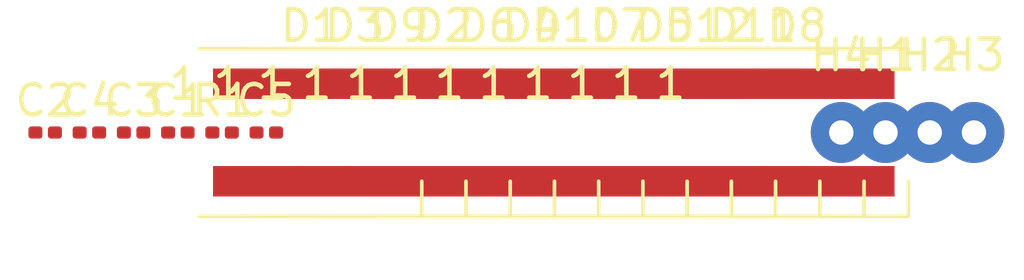
<source format=kicad_pcb>
(kicad_pcb (version 20171130) (host pcbnew "(6.0.0-rc1-dev-159-g1e43773a9)")

  (general
    (thickness 1.6)
    (drawings 0)
    (tracks 0)
    (zones 0)
    (modules 22)
    (nets 17)
  )

  (page A4)
  (layers
    (0 F.Cu signal)
    (31 B.Cu signal)
    (32 B.Adhes user)
    (33 F.Adhes user)
    (34 B.Paste user)
    (35 F.Paste user)
    (36 B.SilkS user)
    (37 F.SilkS user)
    (38 B.Mask user)
    (39 F.Mask user)
    (40 Dwgs.User user)
    (41 Cmts.User user)
    (42 Eco1.User user)
    (43 Eco2.User user)
    (44 Edge.Cuts user)
    (45 Margin user)
    (46 B.CrtYd user)
    (47 F.CrtYd user)
    (48 B.Fab user)
    (49 F.Fab user)
  )

  (setup
    (last_trace_width 0.25)
    (trace_clearance 0.2)
    (zone_clearance 0.508)
    (zone_45_only no)
    (trace_min 0.2)
    (via_size 0.8)
    (via_drill 0.4)
    (via_min_size 0.4)
    (via_min_drill 0.3)
    (uvia_size 0.3)
    (uvia_drill 0.1)
    (uvias_allowed no)
    (uvia_min_size 0.2)
    (uvia_min_drill 0.1)
    (edge_width 0.05)
    (segment_width 0.2)
    (pcb_text_width 0.3)
    (pcb_text_size 1.5 1.5)
    (mod_edge_width 0.12)
    (mod_text_size 1 1)
    (mod_text_width 0.15)
    (pad_size 1.524 1.524)
    (pad_drill 0.762)
    (pad_to_mask_clearance 0.2)
    (aux_axis_origin 0 0)
    (visible_elements FFFFFF7F)
    (pcbplotparams
      (layerselection 0x010fc_ffffffff)
      (usegerberextensions false)
      (usegerberattributes false)
      (usegerberadvancedattributes false)
      (creategerberjobfile false)
      (excludeedgelayer true)
      (linewidth 0.100000)
      (plotframeref false)
      (viasonmask false)
      (mode 1)
      (useauxorigin false)
      (hpglpennumber 1)
      (hpglpenspeed 20)
      (hpglpendiameter 15.000000)
      (psnegative false)
      (psa4output false)
      (plotreference true)
      (plotvalue true)
      (plotinvisibletext false)
      (padsonsilk false)
      (subtractmaskfromsilk false)
      (outputformat 1)
      (mirror false)
      (drillshape 1)
      (scaleselection 1)
      (outputdirectory ""))
  )

  (net 0 "")
  (net 1 GND)
  (net 2 VDD)
  (net 3 "Net-(D1-Pad2)")
  (net 4 "Net-(D1-Pad4)")
  (net 5 "Net-(D2-Pad2)")
  (net 6 "Net-(D3-Pad2)")
  (net 7 "Net-(D4-Pad2)")
  (net 8 "Net-(D5-Pad2)")
  (net 9 "Net-(D6-Pad2)")
  (net 10 "Net-(D7-Pad2)")
  (net 11 "Net-(D8-Pad2)")
  (net 12 "Net-(D10-Pad4)")
  (net 13 "Net-(D10-Pad2)")
  (net 14 "Net-(D11-Pad2)")
  (net 15 "Net-(D12-Pad2)")
  (net 16 "Net-(H2-Pad1)")

  (net_class Default "This is the default net class."
    (clearance 0.2)
    (trace_width 0.25)
    (via_dia 0.8)
    (via_drill 0.4)
    (uvia_dia 0.3)
    (uvia_drill 0.1)
    (add_net GND)
    (add_net "Net-(D1-Pad2)")
    (add_net "Net-(D1-Pad4)")
    (add_net "Net-(D10-Pad2)")
    (add_net "Net-(D10-Pad4)")
    (add_net "Net-(D11-Pad2)")
    (add_net "Net-(D12-Pad2)")
    (add_net "Net-(D2-Pad2)")
    (add_net "Net-(D3-Pad2)")
    (add_net "Net-(D4-Pad2)")
    (add_net "Net-(D5-Pad2)")
    (add_net "Net-(D6-Pad2)")
    (add_net "Net-(D7-Pad2)")
    (add_net "Net-(D8-Pad2)")
    (add_net "Net-(H2-Pad1)")
    (add_net VDD)
  )

  (module Capacitor_SMD:C_0201_0603Metric (layer F.Cu) (tedit 5B301BBE) (tstamp 5BF7C71B)
    (at -1061.720715 -171.194999)
    (descr "Capacitor SMD 0201 (0603 Metric), square (rectangular) end terminal, IPC_7351 nominal, (Body size source: https://www.vishay.com/docs/20052/crcw0201e3.pdf), generated with kicad-footprint-generator")
    (tags capacitor)
    (path /5BEBC58D)
    (attr smd)
    (fp_text reference C1 (at 0 -1.05) (layer F.SilkS)
      (effects (font (size 1 1) (thickness 0.15)))
    )
    (fp_text value 1uF (at 0 1.05) (layer F.Fab)
      (effects (font (size 1 1) (thickness 0.15)))
    )
    (fp_text user %R (at 0 -0.68) (layer F.Fab)
      (effects (font (size 0.25 0.25) (thickness 0.04)))
    )
    (fp_line (start 0.7 0.35) (end -0.7 0.35) (layer F.CrtYd) (width 0.05))
    (fp_line (start 0.7 -0.35) (end 0.7 0.35) (layer F.CrtYd) (width 0.05))
    (fp_line (start -0.7 -0.35) (end 0.7 -0.35) (layer F.CrtYd) (width 0.05))
    (fp_line (start -0.7 0.35) (end -0.7 -0.35) (layer F.CrtYd) (width 0.05))
    (fp_line (start 0.3 0.15) (end -0.3 0.15) (layer F.Fab) (width 0.1))
    (fp_line (start 0.3 -0.15) (end 0.3 0.15) (layer F.Fab) (width 0.1))
    (fp_line (start -0.3 -0.15) (end 0.3 -0.15) (layer F.Fab) (width 0.1))
    (fp_line (start -0.3 0.15) (end -0.3 -0.15) (layer F.Fab) (width 0.1))
    (pad 2 smd roundrect (at 0.32 0) (size 0.46 0.4) (layers F.Cu F.Mask) (roundrect_rratio 0.25)
      (net 1 GND))
    (pad 1 smd roundrect (at -0.32 0) (size 0.46 0.4) (layers F.Cu F.Mask) (roundrect_rratio 0.25)
      (net 2 VDD))
    (pad "" smd roundrect (at 0.345 0) (size 0.318 0.36) (layers F.Paste) (roundrect_rratio 0.25))
    (pad "" smd roundrect (at -0.345 0) (size 0.318 0.36) (layers F.Paste) (roundrect_rratio 0.25))
    (model ${KISYS3DMOD}/Capacitor_SMD.3dshapes/C_0201_0603Metric.wrl
      (at (xyz 0 0 0))
      (scale (xyz 1 1 1))
      (rotate (xyz 0 0 0))
    )
  )

  (module Capacitor_SMD:C_0201_0603Metric (layer F.Cu) (tedit 5B301BBE) (tstamp 5BF7C72C)
    (at -1066.074999 -171.194999)
    (descr "Capacitor SMD 0201 (0603 Metric), square (rectangular) end terminal, IPC_7351 nominal, (Body size source: https://www.vishay.com/docs/20052/crcw0201e3.pdf), generated with kicad-footprint-generator")
    (tags capacitor)
    (path /5BEBC5C7)
    (attr smd)
    (fp_text reference C2 (at 0 -1.05) (layer F.SilkS)
      (effects (font (size 1 1) (thickness 0.15)))
    )
    (fp_text value 1uF (at 0 1.05) (layer F.Fab)
      (effects (font (size 1 1) (thickness 0.15)))
    )
    (fp_line (start -0.3 0.15) (end -0.3 -0.15) (layer F.Fab) (width 0.1))
    (fp_line (start -0.3 -0.15) (end 0.3 -0.15) (layer F.Fab) (width 0.1))
    (fp_line (start 0.3 -0.15) (end 0.3 0.15) (layer F.Fab) (width 0.1))
    (fp_line (start 0.3 0.15) (end -0.3 0.15) (layer F.Fab) (width 0.1))
    (fp_line (start -0.7 0.35) (end -0.7 -0.35) (layer F.CrtYd) (width 0.05))
    (fp_line (start -0.7 -0.35) (end 0.7 -0.35) (layer F.CrtYd) (width 0.05))
    (fp_line (start 0.7 -0.35) (end 0.7 0.35) (layer F.CrtYd) (width 0.05))
    (fp_line (start 0.7 0.35) (end -0.7 0.35) (layer F.CrtYd) (width 0.05))
    (fp_text user %R (at 0 -0.68) (layer F.Fab)
      (effects (font (size 0.25 0.25) (thickness 0.04)))
    )
    (pad "" smd roundrect (at -0.345 0) (size 0.318 0.36) (layers F.Paste) (roundrect_rratio 0.25))
    (pad "" smd roundrect (at 0.345 0) (size 0.318 0.36) (layers F.Paste) (roundrect_rratio 0.25))
    (pad 1 smd roundrect (at -0.32 0) (size 0.46 0.4) (layers F.Cu F.Mask) (roundrect_rratio 0.25)
      (net 2 VDD))
    (pad 2 smd roundrect (at 0.32 0) (size 0.46 0.4) (layers F.Cu F.Mask) (roundrect_rratio 0.25)
      (net 1 GND))
    (model ${KISYS3DMOD}/Capacitor_SMD.3dshapes/C_0201_0603Metric.wrl
      (at (xyz 0 0 0))
      (scale (xyz 1 1 1))
      (rotate (xyz 0 0 0))
    )
  )

  (module Capacitor_SMD:C_0201_0603Metric (layer F.Cu) (tedit 5B301BBE) (tstamp 5BF7C73D)
    (at -1063.172143 -171.194999)
    (descr "Capacitor SMD 0201 (0603 Metric), square (rectangular) end terminal, IPC_7351 nominal, (Body size source: https://www.vishay.com/docs/20052/crcw0201e3.pdf), generated with kicad-footprint-generator")
    (tags capacitor)
    (path /5BEBC5FD)
    (attr smd)
    (fp_text reference C3 (at 0 -1.05) (layer F.SilkS)
      (effects (font (size 1 1) (thickness 0.15)))
    )
    (fp_text value 1uF (at 0 1.05) (layer F.Fab)
      (effects (font (size 1 1) (thickness 0.15)))
    )
    (fp_text user %R (at 0 -0.68) (layer F.Fab)
      (effects (font (size 0.25 0.25) (thickness 0.04)))
    )
    (fp_line (start 0.7 0.35) (end -0.7 0.35) (layer F.CrtYd) (width 0.05))
    (fp_line (start 0.7 -0.35) (end 0.7 0.35) (layer F.CrtYd) (width 0.05))
    (fp_line (start -0.7 -0.35) (end 0.7 -0.35) (layer F.CrtYd) (width 0.05))
    (fp_line (start -0.7 0.35) (end -0.7 -0.35) (layer F.CrtYd) (width 0.05))
    (fp_line (start 0.3 0.15) (end -0.3 0.15) (layer F.Fab) (width 0.1))
    (fp_line (start 0.3 -0.15) (end 0.3 0.15) (layer F.Fab) (width 0.1))
    (fp_line (start -0.3 -0.15) (end 0.3 -0.15) (layer F.Fab) (width 0.1))
    (fp_line (start -0.3 0.15) (end -0.3 -0.15) (layer F.Fab) (width 0.1))
    (pad 2 smd roundrect (at 0.32 0) (size 0.46 0.4) (layers F.Cu F.Mask) (roundrect_rratio 0.25)
      (net 1 GND))
    (pad 1 smd roundrect (at -0.32 0) (size 0.46 0.4) (layers F.Cu F.Mask) (roundrect_rratio 0.25)
      (net 2 VDD))
    (pad "" smd roundrect (at 0.345 0) (size 0.318 0.36) (layers F.Paste) (roundrect_rratio 0.25))
    (pad "" smd roundrect (at -0.345 0) (size 0.318 0.36) (layers F.Paste) (roundrect_rratio 0.25))
    (model ${KISYS3DMOD}/Capacitor_SMD.3dshapes/C_0201_0603Metric.wrl
      (at (xyz 0 0 0))
      (scale (xyz 1 1 1))
      (rotate (xyz 0 0 0))
    )
  )

  (module Capacitor_SMD:C_0201_0603Metric (layer F.Cu) (tedit 5B301BBE) (tstamp 5BF7C74E)
    (at -1064.623571 -171.194999)
    (descr "Capacitor SMD 0201 (0603 Metric), square (rectangular) end terminal, IPC_7351 nominal, (Body size source: https://www.vishay.com/docs/20052/crcw0201e3.pdf), generated with kicad-footprint-generator")
    (tags capacitor)
    (path /5BEBC633)
    (attr smd)
    (fp_text reference C4 (at 0 -1.05) (layer F.SilkS)
      (effects (font (size 1 1) (thickness 0.15)))
    )
    (fp_text value 1uF (at 0 1.05) (layer F.Fab)
      (effects (font (size 1 1) (thickness 0.15)))
    )
    (fp_line (start -0.3 0.15) (end -0.3 -0.15) (layer F.Fab) (width 0.1))
    (fp_line (start -0.3 -0.15) (end 0.3 -0.15) (layer F.Fab) (width 0.1))
    (fp_line (start 0.3 -0.15) (end 0.3 0.15) (layer F.Fab) (width 0.1))
    (fp_line (start 0.3 0.15) (end -0.3 0.15) (layer F.Fab) (width 0.1))
    (fp_line (start -0.7 0.35) (end -0.7 -0.35) (layer F.CrtYd) (width 0.05))
    (fp_line (start -0.7 -0.35) (end 0.7 -0.35) (layer F.CrtYd) (width 0.05))
    (fp_line (start 0.7 -0.35) (end 0.7 0.35) (layer F.CrtYd) (width 0.05))
    (fp_line (start 0.7 0.35) (end -0.7 0.35) (layer F.CrtYd) (width 0.05))
    (fp_text user %R (at 0 -0.68) (layer F.Fab)
      (effects (font (size 0.25 0.25) (thickness 0.04)))
    )
    (pad "" smd roundrect (at -0.345 0) (size 0.318 0.36) (layers F.Paste) (roundrect_rratio 0.25))
    (pad "" smd roundrect (at 0.345 0) (size 0.318 0.36) (layers F.Paste) (roundrect_rratio 0.25))
    (pad 1 smd roundrect (at -0.32 0) (size 0.46 0.4) (layers F.Cu F.Mask) (roundrect_rratio 0.25)
      (net 2 VDD))
    (pad 2 smd roundrect (at 0.32 0) (size 0.46 0.4) (layers F.Cu F.Mask) (roundrect_rratio 0.25)
      (net 1 GND))
    (model ${KISYS3DMOD}/Capacitor_SMD.3dshapes/C_0201_0603Metric.wrl
      (at (xyz 0 0 0))
      (scale (xyz 1 1 1))
      (rotate (xyz 0 0 0))
    )
  )

  (module Capacitor_SMD:C_0201_0603Metric (layer F.Cu) (tedit 5B301BBE) (tstamp 5BF7C75F)
    (at -1058.817859 -171.194999)
    (descr "Capacitor SMD 0201 (0603 Metric), square (rectangular) end terminal, IPC_7351 nominal, (Body size source: https://www.vishay.com/docs/20052/crcw0201e3.pdf), generated with kicad-footprint-generator")
    (tags capacitor)
    (path /5BED3D93)
    (attr smd)
    (fp_text reference C5 (at 0 -1.05) (layer F.SilkS)
      (effects (font (size 1 1) (thickness 0.15)))
    )
    (fp_text value 1uF (at 0 1.05) (layer F.Fab)
      (effects (font (size 1 1) (thickness 0.15)))
    )
    (fp_line (start -0.3 0.15) (end -0.3 -0.15) (layer F.Fab) (width 0.1))
    (fp_line (start -0.3 -0.15) (end 0.3 -0.15) (layer F.Fab) (width 0.1))
    (fp_line (start 0.3 -0.15) (end 0.3 0.15) (layer F.Fab) (width 0.1))
    (fp_line (start 0.3 0.15) (end -0.3 0.15) (layer F.Fab) (width 0.1))
    (fp_line (start -0.7 0.35) (end -0.7 -0.35) (layer F.CrtYd) (width 0.05))
    (fp_line (start -0.7 -0.35) (end 0.7 -0.35) (layer F.CrtYd) (width 0.05))
    (fp_line (start 0.7 -0.35) (end 0.7 0.35) (layer F.CrtYd) (width 0.05))
    (fp_line (start 0.7 0.35) (end -0.7 0.35) (layer F.CrtYd) (width 0.05))
    (fp_text user %R (at 0 -0.68) (layer F.Fab)
      (effects (font (size 0.25 0.25) (thickness 0.04)))
    )
    (pad "" smd roundrect (at -0.345 0) (size 0.318 0.36) (layers F.Paste) (roundrect_rratio 0.25))
    (pad "" smd roundrect (at 0.345 0) (size 0.318 0.36) (layers F.Paste) (roundrect_rratio 0.25))
    (pad 1 smd roundrect (at -0.32 0) (size 0.46 0.4) (layers F.Cu F.Mask) (roundrect_rratio 0.25)
      (net 2 VDD))
    (pad 2 smd roundrect (at 0.32 0) (size 0.46 0.4) (layers F.Cu F.Mask) (roundrect_rratio 0.25)
      (net 1 GND))
    (model ${KISYS3DMOD}/Capacitor_SMD.3dshapes/C_0201_0603Metric.wrl
      (at (xyz 0 0 0))
      (scale (xyz 1 1 1))
      (rotate (xyz 0 0 0))
    )
  )

  (module LED_SMD:LED_WS2812B_PLCC4_5.0x5.0mm_P3.2mm (layer F.Cu) (tedit 5AA4B285) (tstamp 5BF7C776)
    (at -1057.366431 -171.194999)
    (descr https://cdn-shop.adafruit.com/datasheets/WS2812B.pdf)
    (tags "LED RGB NeoPixel")
    (path /5BEBA703)
    (attr smd)
    (fp_text reference D1 (at 0 -3.5) (layer F.SilkS)
      (effects (font (size 1 1) (thickness 0.15)))
    )
    (fp_text value WS2812B (at 0 4) (layer F.Fab)
      (effects (font (size 1 1) (thickness 0.15)))
    )
    (fp_circle (center 0 0) (end 0 -2) (layer F.Fab) (width 0.1))
    (fp_line (start 3.65 2.75) (end 3.65 1.6) (layer F.SilkS) (width 0.12))
    (fp_line (start -3.65 2.75) (end 3.65 2.75) (layer F.SilkS) (width 0.12))
    (fp_line (start -3.65 -2.75) (end 3.65 -2.75) (layer F.SilkS) (width 0.12))
    (fp_line (start 2.5 -2.5) (end -2.5 -2.5) (layer F.Fab) (width 0.1))
    (fp_line (start 2.5 2.5) (end 2.5 -2.5) (layer F.Fab) (width 0.1))
    (fp_line (start -2.5 2.5) (end 2.5 2.5) (layer F.Fab) (width 0.1))
    (fp_line (start -2.5 -2.5) (end -2.5 2.5) (layer F.Fab) (width 0.1))
    (fp_line (start 2.5 1.5) (end 1.5 2.5) (layer F.Fab) (width 0.1))
    (fp_line (start -3.45 -2.75) (end -3.45 2.75) (layer F.CrtYd) (width 0.05))
    (fp_line (start -3.45 2.75) (end 3.45 2.75) (layer F.CrtYd) (width 0.05))
    (fp_line (start 3.45 2.75) (end 3.45 -2.75) (layer F.CrtYd) (width 0.05))
    (fp_line (start 3.45 -2.75) (end -3.45 -2.75) (layer F.CrtYd) (width 0.05))
    (fp_text user %R (at 0 0) (layer F.Fab)
      (effects (font (size 0.8 0.8) (thickness 0.15)))
    )
    (fp_text user 1 (at -4.15 -1.6) (layer F.SilkS)
      (effects (font (size 1 1) (thickness 0.15)))
    )
    (pad 1 smd rect (at -2.45 -1.6) (size 1.5 1) (layers F.Cu F.Paste F.Mask)
      (net 2 VDD))
    (pad 2 smd rect (at -2.45 1.6) (size 1.5 1) (layers F.Cu F.Paste F.Mask)
      (net 3 "Net-(D1-Pad2)"))
    (pad 4 smd rect (at 2.45 -1.6) (size 1.5 1) (layers F.Cu F.Paste F.Mask)
      (net 4 "Net-(D1-Pad4)"))
    (pad 3 smd rect (at 2.45 1.6) (size 1.5 1) (layers F.Cu F.Paste F.Mask)
      (net 1 GND))
    (model ${KISYS3DMOD}/LED_SMD.3dshapes/LED_WS2812B_PLCC4_5.0x5.0mm_P3.2mm.wrl
      (at (xyz 0 0 0))
      (scale (xyz 1 1 1))
      (rotate (xyz 0 0 0))
    )
  )

  (module LED_SMD:LED_WS2812B_PLCC4_5.0x5.0mm_P3.2mm (layer F.Cu) (tedit 5AA4B285) (tstamp 5BF7C78D)
    (at -1053.012147 -171.194999)
    (descr https://cdn-shop.adafruit.com/datasheets/WS2812B.pdf)
    (tags "LED RGB NeoPixel")
    (path /5BEBA7E9)
    (attr smd)
    (fp_text reference D2 (at 0 -3.5) (layer F.SilkS)
      (effects (font (size 1 1) (thickness 0.15)))
    )
    (fp_text value WS2812B (at 0 4) (layer F.Fab)
      (effects (font (size 1 1) (thickness 0.15)))
    )
    (fp_text user 1 (at -4.15 -1.6) (layer F.SilkS)
      (effects (font (size 1 1) (thickness 0.15)))
    )
    (fp_text user %R (at 0 0) (layer F.Fab)
      (effects (font (size 0.8 0.8) (thickness 0.15)))
    )
    (fp_line (start 3.45 -2.75) (end -3.45 -2.75) (layer F.CrtYd) (width 0.05))
    (fp_line (start 3.45 2.75) (end 3.45 -2.75) (layer F.CrtYd) (width 0.05))
    (fp_line (start -3.45 2.75) (end 3.45 2.75) (layer F.CrtYd) (width 0.05))
    (fp_line (start -3.45 -2.75) (end -3.45 2.75) (layer F.CrtYd) (width 0.05))
    (fp_line (start 2.5 1.5) (end 1.5 2.5) (layer F.Fab) (width 0.1))
    (fp_line (start -2.5 -2.5) (end -2.5 2.5) (layer F.Fab) (width 0.1))
    (fp_line (start -2.5 2.5) (end 2.5 2.5) (layer F.Fab) (width 0.1))
    (fp_line (start 2.5 2.5) (end 2.5 -2.5) (layer F.Fab) (width 0.1))
    (fp_line (start 2.5 -2.5) (end -2.5 -2.5) (layer F.Fab) (width 0.1))
    (fp_line (start -3.65 -2.75) (end 3.65 -2.75) (layer F.SilkS) (width 0.12))
    (fp_line (start -3.65 2.75) (end 3.65 2.75) (layer F.SilkS) (width 0.12))
    (fp_line (start 3.65 2.75) (end 3.65 1.6) (layer F.SilkS) (width 0.12))
    (fp_circle (center 0 0) (end 0 -2) (layer F.Fab) (width 0.1))
    (pad 3 smd rect (at 2.45 1.6) (size 1.5 1) (layers F.Cu F.Paste F.Mask)
      (net 1 GND))
    (pad 4 smd rect (at 2.45 -1.6) (size 1.5 1) (layers F.Cu F.Paste F.Mask)
      (net 3 "Net-(D1-Pad2)"))
    (pad 2 smd rect (at -2.45 1.6) (size 1.5 1) (layers F.Cu F.Paste F.Mask)
      (net 5 "Net-(D2-Pad2)"))
    (pad 1 smd rect (at -2.45 -1.6) (size 1.5 1) (layers F.Cu F.Paste F.Mask)
      (net 2 VDD))
    (model ${KISYS3DMOD}/LED_SMD.3dshapes/LED_WS2812B_PLCC4_5.0x5.0mm_P3.2mm.wrl
      (at (xyz 0 0 0))
      (scale (xyz 1 1 1))
      (rotate (xyz 0 0 0))
    )
  )

  (module LED_SMD:LED_WS2812B_PLCC4_5.0x5.0mm_P3.2mm (layer F.Cu) (tedit 5AA4B285) (tstamp 5BF7C7A4)
    (at -1055.915003 -171.194999)
    (descr https://cdn-shop.adafruit.com/datasheets/WS2812B.pdf)
    (tags "LED RGB NeoPixel")
    (path /5BEBF149)
    (attr smd)
    (fp_text reference D3 (at 0 -3.5) (layer F.SilkS)
      (effects (font (size 1 1) (thickness 0.15)))
    )
    (fp_text value WS2812B (at 0 4) (layer F.Fab)
      (effects (font (size 1 1) (thickness 0.15)))
    )
    (fp_circle (center 0 0) (end 0 -2) (layer F.Fab) (width 0.1))
    (fp_line (start 3.65 2.75) (end 3.65 1.6) (layer F.SilkS) (width 0.12))
    (fp_line (start -3.65 2.75) (end 3.65 2.75) (layer F.SilkS) (width 0.12))
    (fp_line (start -3.65 -2.75) (end 3.65 -2.75) (layer F.SilkS) (width 0.12))
    (fp_line (start 2.5 -2.5) (end -2.5 -2.5) (layer F.Fab) (width 0.1))
    (fp_line (start 2.5 2.5) (end 2.5 -2.5) (layer F.Fab) (width 0.1))
    (fp_line (start -2.5 2.5) (end 2.5 2.5) (layer F.Fab) (width 0.1))
    (fp_line (start -2.5 -2.5) (end -2.5 2.5) (layer F.Fab) (width 0.1))
    (fp_line (start 2.5 1.5) (end 1.5 2.5) (layer F.Fab) (width 0.1))
    (fp_line (start -3.45 -2.75) (end -3.45 2.75) (layer F.CrtYd) (width 0.05))
    (fp_line (start -3.45 2.75) (end 3.45 2.75) (layer F.CrtYd) (width 0.05))
    (fp_line (start 3.45 2.75) (end 3.45 -2.75) (layer F.CrtYd) (width 0.05))
    (fp_line (start 3.45 -2.75) (end -3.45 -2.75) (layer F.CrtYd) (width 0.05))
    (fp_text user %R (at 0 0) (layer F.Fab)
      (effects (font (size 0.8 0.8) (thickness 0.15)))
    )
    (fp_text user 1 (at -4.15 -1.6) (layer F.SilkS)
      (effects (font (size 1 1) (thickness 0.15)))
    )
    (pad 1 smd rect (at -2.45 -1.6) (size 1.5 1) (layers F.Cu F.Paste F.Mask)
      (net 2 VDD))
    (pad 2 smd rect (at -2.45 1.6) (size 1.5 1) (layers F.Cu F.Paste F.Mask)
      (net 6 "Net-(D3-Pad2)"))
    (pad 4 smd rect (at 2.45 -1.6) (size 1.5 1) (layers F.Cu F.Paste F.Mask)
      (net 5 "Net-(D2-Pad2)"))
    (pad 3 smd rect (at 2.45 1.6) (size 1.5 1) (layers F.Cu F.Paste F.Mask)
      (net 1 GND))
    (model ${KISYS3DMOD}/LED_SMD.3dshapes/LED_WS2812B_PLCC4_5.0x5.0mm_P3.2mm.wrl
      (at (xyz 0 0 0))
      (scale (xyz 1 1 1))
      (rotate (xyz 0 0 0))
    )
  )

  (module LED_SMD:LED_WS2812B_PLCC4_5.0x5.0mm_P3.2mm (layer F.Cu) (tedit 5AA4B285) (tstamp 5BF7C7BB)
    (at -1050.109291 -171.194999)
    (descr https://cdn-shop.adafruit.com/datasheets/WS2812B.pdf)
    (tags "LED RGB NeoPixel")
    (path /5BEBF6AF)
    (attr smd)
    (fp_text reference D4 (at 0 -3.5) (layer F.SilkS)
      (effects (font (size 1 1) (thickness 0.15)))
    )
    (fp_text value WS2812B (at 0 4) (layer F.Fab)
      (effects (font (size 1 1) (thickness 0.15)))
    )
    (fp_text user 1 (at -4.15 -1.6) (layer F.SilkS)
      (effects (font (size 1 1) (thickness 0.15)))
    )
    (fp_text user %R (at 0 0) (layer F.Fab)
      (effects (font (size 0.8 0.8) (thickness 0.15)))
    )
    (fp_line (start 3.45 -2.75) (end -3.45 -2.75) (layer F.CrtYd) (width 0.05))
    (fp_line (start 3.45 2.75) (end 3.45 -2.75) (layer F.CrtYd) (width 0.05))
    (fp_line (start -3.45 2.75) (end 3.45 2.75) (layer F.CrtYd) (width 0.05))
    (fp_line (start -3.45 -2.75) (end -3.45 2.75) (layer F.CrtYd) (width 0.05))
    (fp_line (start 2.5 1.5) (end 1.5 2.5) (layer F.Fab) (width 0.1))
    (fp_line (start -2.5 -2.5) (end -2.5 2.5) (layer F.Fab) (width 0.1))
    (fp_line (start -2.5 2.5) (end 2.5 2.5) (layer F.Fab) (width 0.1))
    (fp_line (start 2.5 2.5) (end 2.5 -2.5) (layer F.Fab) (width 0.1))
    (fp_line (start 2.5 -2.5) (end -2.5 -2.5) (layer F.Fab) (width 0.1))
    (fp_line (start -3.65 -2.75) (end 3.65 -2.75) (layer F.SilkS) (width 0.12))
    (fp_line (start -3.65 2.75) (end 3.65 2.75) (layer F.SilkS) (width 0.12))
    (fp_line (start 3.65 2.75) (end 3.65 1.6) (layer F.SilkS) (width 0.12))
    (fp_circle (center 0 0) (end 0 -2) (layer F.Fab) (width 0.1))
    (pad 3 smd rect (at 2.45 1.6) (size 1.5 1) (layers F.Cu F.Paste F.Mask)
      (net 1 GND))
    (pad 4 smd rect (at 2.45 -1.6) (size 1.5 1) (layers F.Cu F.Paste F.Mask)
      (net 6 "Net-(D3-Pad2)"))
    (pad 2 smd rect (at -2.45 1.6) (size 1.5 1) (layers F.Cu F.Paste F.Mask)
      (net 7 "Net-(D4-Pad2)"))
    (pad 1 smd rect (at -2.45 -1.6) (size 1.5 1) (layers F.Cu F.Paste F.Mask)
      (net 2 VDD))
    (model ${KISYS3DMOD}/LED_SMD.3dshapes/LED_WS2812B_PLCC4_5.0x5.0mm_P3.2mm.wrl
      (at (xyz 0 0 0))
      (scale (xyz 1 1 1))
      (rotate (xyz 0 0 0))
    )
  )

  (module LED_SMD:LED_WS2812B_PLCC4_5.0x5.0mm_P3.2mm (layer F.Cu) (tedit 5AA4B285) (tstamp 5BF7C7D2)
    (at -1045.755007 -171.194999)
    (descr https://cdn-shop.adafruit.com/datasheets/WS2812B.pdf)
    (tags "LED RGB NeoPixel")
    (path /5BEBFD89)
    (attr smd)
    (fp_text reference D5 (at 0 -3.5) (layer F.SilkS)
      (effects (font (size 1 1) (thickness 0.15)))
    )
    (fp_text value WS2812B (at 0 4) (layer F.Fab)
      (effects (font (size 1 1) (thickness 0.15)))
    )
    (fp_circle (center 0 0) (end 0 -2) (layer F.Fab) (width 0.1))
    (fp_line (start 3.65 2.75) (end 3.65 1.6) (layer F.SilkS) (width 0.12))
    (fp_line (start -3.65 2.75) (end 3.65 2.75) (layer F.SilkS) (width 0.12))
    (fp_line (start -3.65 -2.75) (end 3.65 -2.75) (layer F.SilkS) (width 0.12))
    (fp_line (start 2.5 -2.5) (end -2.5 -2.5) (layer F.Fab) (width 0.1))
    (fp_line (start 2.5 2.5) (end 2.5 -2.5) (layer F.Fab) (width 0.1))
    (fp_line (start -2.5 2.5) (end 2.5 2.5) (layer F.Fab) (width 0.1))
    (fp_line (start -2.5 -2.5) (end -2.5 2.5) (layer F.Fab) (width 0.1))
    (fp_line (start 2.5 1.5) (end 1.5 2.5) (layer F.Fab) (width 0.1))
    (fp_line (start -3.45 -2.75) (end -3.45 2.75) (layer F.CrtYd) (width 0.05))
    (fp_line (start -3.45 2.75) (end 3.45 2.75) (layer F.CrtYd) (width 0.05))
    (fp_line (start 3.45 2.75) (end 3.45 -2.75) (layer F.CrtYd) (width 0.05))
    (fp_line (start 3.45 -2.75) (end -3.45 -2.75) (layer F.CrtYd) (width 0.05))
    (fp_text user %R (at 0 0) (layer F.Fab)
      (effects (font (size 0.8 0.8) (thickness 0.15)))
    )
    (fp_text user 1 (at -4.15 -1.6) (layer F.SilkS)
      (effects (font (size 1 1) (thickness 0.15)))
    )
    (pad 1 smd rect (at -2.45 -1.6) (size 1.5 1) (layers F.Cu F.Paste F.Mask)
      (net 2 VDD))
    (pad 2 smd rect (at -2.45 1.6) (size 1.5 1) (layers F.Cu F.Paste F.Mask)
      (net 8 "Net-(D5-Pad2)"))
    (pad 4 smd rect (at 2.45 -1.6) (size 1.5 1) (layers F.Cu F.Paste F.Mask)
      (net 7 "Net-(D4-Pad2)"))
    (pad 3 smd rect (at 2.45 1.6) (size 1.5 1) (layers F.Cu F.Paste F.Mask)
      (net 1 GND))
    (model ${KISYS3DMOD}/LED_SMD.3dshapes/LED_WS2812B_PLCC4_5.0x5.0mm_P3.2mm.wrl
      (at (xyz 0 0 0))
      (scale (xyz 1 1 1))
      (rotate (xyz 0 0 0))
    )
  )

  (module LED_SMD:LED_WS2812B_PLCC4_5.0x5.0mm_P3.2mm (layer F.Cu) (tedit 5AA4B285) (tstamp 5BF7C7E9)
    (at -1051.560719 -171.194999)
    (descr https://cdn-shop.adafruit.com/datasheets/WS2812B.pdf)
    (tags "LED RGB NeoPixel")
    (path /5BEC05CC)
    (attr smd)
    (fp_text reference D6 (at 0 -3.5) (layer F.SilkS)
      (effects (font (size 1 1) (thickness 0.15)))
    )
    (fp_text value WS2812B (at 0 4) (layer F.Fab)
      (effects (font (size 1 1) (thickness 0.15)))
    )
    (fp_text user 1 (at -4.15 -1.6) (layer F.SilkS)
      (effects (font (size 1 1) (thickness 0.15)))
    )
    (fp_text user %R (at 0 0) (layer F.Fab)
      (effects (font (size 0.8 0.8) (thickness 0.15)))
    )
    (fp_line (start 3.45 -2.75) (end -3.45 -2.75) (layer F.CrtYd) (width 0.05))
    (fp_line (start 3.45 2.75) (end 3.45 -2.75) (layer F.CrtYd) (width 0.05))
    (fp_line (start -3.45 2.75) (end 3.45 2.75) (layer F.CrtYd) (width 0.05))
    (fp_line (start -3.45 -2.75) (end -3.45 2.75) (layer F.CrtYd) (width 0.05))
    (fp_line (start 2.5 1.5) (end 1.5 2.5) (layer F.Fab) (width 0.1))
    (fp_line (start -2.5 -2.5) (end -2.5 2.5) (layer F.Fab) (width 0.1))
    (fp_line (start -2.5 2.5) (end 2.5 2.5) (layer F.Fab) (width 0.1))
    (fp_line (start 2.5 2.5) (end 2.5 -2.5) (layer F.Fab) (width 0.1))
    (fp_line (start 2.5 -2.5) (end -2.5 -2.5) (layer F.Fab) (width 0.1))
    (fp_line (start -3.65 -2.75) (end 3.65 -2.75) (layer F.SilkS) (width 0.12))
    (fp_line (start -3.65 2.75) (end 3.65 2.75) (layer F.SilkS) (width 0.12))
    (fp_line (start 3.65 2.75) (end 3.65 1.6) (layer F.SilkS) (width 0.12))
    (fp_circle (center 0 0) (end 0 -2) (layer F.Fab) (width 0.1))
    (pad 3 smd rect (at 2.45 1.6) (size 1.5 1) (layers F.Cu F.Paste F.Mask)
      (net 1 GND))
    (pad 4 smd rect (at 2.45 -1.6) (size 1.5 1) (layers F.Cu F.Paste F.Mask)
      (net 8 "Net-(D5-Pad2)"))
    (pad 2 smd rect (at -2.45 1.6) (size 1.5 1) (layers F.Cu F.Paste F.Mask)
      (net 9 "Net-(D6-Pad2)"))
    (pad 1 smd rect (at -2.45 -1.6) (size 1.5 1) (layers F.Cu F.Paste F.Mask)
      (net 2 VDD))
    (model ${KISYS3DMOD}/LED_SMD.3dshapes/LED_WS2812B_PLCC4_5.0x5.0mm_P3.2mm.wrl
      (at (xyz 0 0 0))
      (scale (xyz 1 1 1))
      (rotate (xyz 0 0 0))
    )
  )

  (module LED_SMD:LED_WS2812B_PLCC4_5.0x5.0mm_P3.2mm (layer F.Cu) (tedit 5AA4B285) (tstamp 5BF7C800)
    (at -1047.206435 -171.194999)
    (descr https://cdn-shop.adafruit.com/datasheets/WS2812B.pdf)
    (tags "LED RGB NeoPixel")
    (path /5BEC0FB9)
    (attr smd)
    (fp_text reference D7 (at 0 -3.5) (layer F.SilkS)
      (effects (font (size 1 1) (thickness 0.15)))
    )
    (fp_text value WS2812B (at 0 4) (layer F.Fab)
      (effects (font (size 1 1) (thickness 0.15)))
    )
    (fp_circle (center 0 0) (end 0 -2) (layer F.Fab) (width 0.1))
    (fp_line (start 3.65 2.75) (end 3.65 1.6) (layer F.SilkS) (width 0.12))
    (fp_line (start -3.65 2.75) (end 3.65 2.75) (layer F.SilkS) (width 0.12))
    (fp_line (start -3.65 -2.75) (end 3.65 -2.75) (layer F.SilkS) (width 0.12))
    (fp_line (start 2.5 -2.5) (end -2.5 -2.5) (layer F.Fab) (width 0.1))
    (fp_line (start 2.5 2.5) (end 2.5 -2.5) (layer F.Fab) (width 0.1))
    (fp_line (start -2.5 2.5) (end 2.5 2.5) (layer F.Fab) (width 0.1))
    (fp_line (start -2.5 -2.5) (end -2.5 2.5) (layer F.Fab) (width 0.1))
    (fp_line (start 2.5 1.5) (end 1.5 2.5) (layer F.Fab) (width 0.1))
    (fp_line (start -3.45 -2.75) (end -3.45 2.75) (layer F.CrtYd) (width 0.05))
    (fp_line (start -3.45 2.75) (end 3.45 2.75) (layer F.CrtYd) (width 0.05))
    (fp_line (start 3.45 2.75) (end 3.45 -2.75) (layer F.CrtYd) (width 0.05))
    (fp_line (start 3.45 -2.75) (end -3.45 -2.75) (layer F.CrtYd) (width 0.05))
    (fp_text user %R (at 0 0) (layer F.Fab)
      (effects (font (size 0.8 0.8) (thickness 0.15)))
    )
    (fp_text user 1 (at -4.15 -1.6) (layer F.SilkS)
      (effects (font (size 1 1) (thickness 0.15)))
    )
    (pad 1 smd rect (at -2.45 -1.6) (size 1.5 1) (layers F.Cu F.Paste F.Mask)
      (net 2 VDD))
    (pad 2 smd rect (at -2.45 1.6) (size 1.5 1) (layers F.Cu F.Paste F.Mask)
      (net 10 "Net-(D7-Pad2)"))
    (pad 4 smd rect (at 2.45 -1.6) (size 1.5 1) (layers F.Cu F.Paste F.Mask)
      (net 9 "Net-(D6-Pad2)"))
    (pad 3 smd rect (at 2.45 1.6) (size 1.5 1) (layers F.Cu F.Paste F.Mask)
      (net 1 GND))
    (model ${KISYS3DMOD}/LED_SMD.3dshapes/LED_WS2812B_PLCC4_5.0x5.0mm_P3.2mm.wrl
      (at (xyz 0 0 0))
      (scale (xyz 1 1 1))
      (rotate (xyz 0 0 0))
    )
  )

  (module LED_SMD:LED_WS2812B_PLCC4_5.0x5.0mm_P3.2mm (layer F.Cu) (tedit 5AA4B285) (tstamp 5BF7C817)
    (at -1041.400723 -171.194999)
    (descr https://cdn-shop.adafruit.com/datasheets/WS2812B.pdf)
    (tags "LED RGB NeoPixel")
    (path /5BEC6524)
    (attr smd)
    (fp_text reference D8 (at 0 -3.5) (layer F.SilkS)
      (effects (font (size 1 1) (thickness 0.15)))
    )
    (fp_text value WS2812B (at 0 4) (layer F.Fab)
      (effects (font (size 1 1) (thickness 0.15)))
    )
    (fp_text user 1 (at -4.15 -1.6) (layer F.SilkS)
      (effects (font (size 1 1) (thickness 0.15)))
    )
    (fp_text user %R (at 0 0) (layer F.Fab)
      (effects (font (size 0.8 0.8) (thickness 0.15)))
    )
    (fp_line (start 3.45 -2.75) (end -3.45 -2.75) (layer F.CrtYd) (width 0.05))
    (fp_line (start 3.45 2.75) (end 3.45 -2.75) (layer F.CrtYd) (width 0.05))
    (fp_line (start -3.45 2.75) (end 3.45 2.75) (layer F.CrtYd) (width 0.05))
    (fp_line (start -3.45 -2.75) (end -3.45 2.75) (layer F.CrtYd) (width 0.05))
    (fp_line (start 2.5 1.5) (end 1.5 2.5) (layer F.Fab) (width 0.1))
    (fp_line (start -2.5 -2.5) (end -2.5 2.5) (layer F.Fab) (width 0.1))
    (fp_line (start -2.5 2.5) (end 2.5 2.5) (layer F.Fab) (width 0.1))
    (fp_line (start 2.5 2.5) (end 2.5 -2.5) (layer F.Fab) (width 0.1))
    (fp_line (start 2.5 -2.5) (end -2.5 -2.5) (layer F.Fab) (width 0.1))
    (fp_line (start -3.65 -2.75) (end 3.65 -2.75) (layer F.SilkS) (width 0.12))
    (fp_line (start -3.65 2.75) (end 3.65 2.75) (layer F.SilkS) (width 0.12))
    (fp_line (start 3.65 2.75) (end 3.65 1.6) (layer F.SilkS) (width 0.12))
    (fp_circle (center 0 0) (end 0 -2) (layer F.Fab) (width 0.1))
    (pad 3 smd rect (at 2.45 1.6) (size 1.5 1) (layers F.Cu F.Paste F.Mask)
      (net 1 GND))
    (pad 4 smd rect (at 2.45 -1.6) (size 1.5 1) (layers F.Cu F.Paste F.Mask)
      (net 10 "Net-(D7-Pad2)"))
    (pad 2 smd rect (at -2.45 1.6) (size 1.5 1) (layers F.Cu F.Paste F.Mask)
      (net 11 "Net-(D8-Pad2)"))
    (pad 1 smd rect (at -2.45 -1.6) (size 1.5 1) (layers F.Cu F.Paste F.Mask)
      (net 2 VDD))
    (model ${KISYS3DMOD}/LED_SMD.3dshapes/LED_WS2812B_PLCC4_5.0x5.0mm_P3.2mm.wrl
      (at (xyz 0 0 0))
      (scale (xyz 1 1 1))
      (rotate (xyz 0 0 0))
    )
  )

  (module LED_SMD:LED_WS2812B_PLCC4_5.0x5.0mm_P3.2mm (layer F.Cu) (tedit 5AA4B285) (tstamp 5BF7C82E)
    (at -1054.463575 -171.194999)
    (descr https://cdn-shop.adafruit.com/datasheets/WS2812B.pdf)
    (tags "LED RGB NeoPixel")
    (path /5BEC652E)
    (attr smd)
    (fp_text reference D9 (at 0 -3.5) (layer F.SilkS)
      (effects (font (size 1 1) (thickness 0.15)))
    )
    (fp_text value WS2812B (at 0 4) (layer F.Fab)
      (effects (font (size 1 1) (thickness 0.15)))
    )
    (fp_circle (center 0 0) (end 0 -2) (layer F.Fab) (width 0.1))
    (fp_line (start 3.65 2.75) (end 3.65 1.6) (layer F.SilkS) (width 0.12))
    (fp_line (start -3.65 2.75) (end 3.65 2.75) (layer F.SilkS) (width 0.12))
    (fp_line (start -3.65 -2.75) (end 3.65 -2.75) (layer F.SilkS) (width 0.12))
    (fp_line (start 2.5 -2.5) (end -2.5 -2.5) (layer F.Fab) (width 0.1))
    (fp_line (start 2.5 2.5) (end 2.5 -2.5) (layer F.Fab) (width 0.1))
    (fp_line (start -2.5 2.5) (end 2.5 2.5) (layer F.Fab) (width 0.1))
    (fp_line (start -2.5 -2.5) (end -2.5 2.5) (layer F.Fab) (width 0.1))
    (fp_line (start 2.5 1.5) (end 1.5 2.5) (layer F.Fab) (width 0.1))
    (fp_line (start -3.45 -2.75) (end -3.45 2.75) (layer F.CrtYd) (width 0.05))
    (fp_line (start -3.45 2.75) (end 3.45 2.75) (layer F.CrtYd) (width 0.05))
    (fp_line (start 3.45 2.75) (end 3.45 -2.75) (layer F.CrtYd) (width 0.05))
    (fp_line (start 3.45 -2.75) (end -3.45 -2.75) (layer F.CrtYd) (width 0.05))
    (fp_text user %R (at 0 0) (layer F.Fab)
      (effects (font (size 0.8 0.8) (thickness 0.15)))
    )
    (fp_text user 1 (at -4.15 -1.6) (layer F.SilkS)
      (effects (font (size 1 1) (thickness 0.15)))
    )
    (pad 1 smd rect (at -2.45 -1.6) (size 1.5 1) (layers F.Cu F.Paste F.Mask)
      (net 2 VDD))
    (pad 2 smd rect (at -2.45 1.6) (size 1.5 1) (layers F.Cu F.Paste F.Mask)
      (net 12 "Net-(D10-Pad4)"))
    (pad 4 smd rect (at 2.45 -1.6) (size 1.5 1) (layers F.Cu F.Paste F.Mask)
      (net 11 "Net-(D8-Pad2)"))
    (pad 3 smd rect (at 2.45 1.6) (size 1.5 1) (layers F.Cu F.Paste F.Mask)
      (net 1 GND))
    (model ${KISYS3DMOD}/LED_SMD.3dshapes/LED_WS2812B_PLCC4_5.0x5.0mm_P3.2mm.wrl
      (at (xyz 0 0 0))
      (scale (xyz 1 1 1))
      (rotate (xyz 0 0 0))
    )
  )

  (module LED_SMD:LED_WS2812B_PLCC4_5.0x5.0mm_P3.2mm (layer F.Cu) (tedit 5AA4B285) (tstamp 5BF7C845)
    (at -1048.657863 -171.194999)
    (descr https://cdn-shop.adafruit.com/datasheets/WS2812B.pdf)
    (tags "LED RGB NeoPixel")
    (path /5BEC70FC)
    (attr smd)
    (fp_text reference D10 (at 0 -3.5) (layer F.SilkS)
      (effects (font (size 1 1) (thickness 0.15)))
    )
    (fp_text value WS2812B (at 0 4) (layer F.Fab)
      (effects (font (size 1 1) (thickness 0.15)))
    )
    (fp_text user 1 (at -4.15 -1.6) (layer F.SilkS)
      (effects (font (size 1 1) (thickness 0.15)))
    )
    (fp_text user %R (at 0 0) (layer F.Fab)
      (effects (font (size 0.8 0.8) (thickness 0.15)))
    )
    (fp_line (start 3.45 -2.75) (end -3.45 -2.75) (layer F.CrtYd) (width 0.05))
    (fp_line (start 3.45 2.75) (end 3.45 -2.75) (layer F.CrtYd) (width 0.05))
    (fp_line (start -3.45 2.75) (end 3.45 2.75) (layer F.CrtYd) (width 0.05))
    (fp_line (start -3.45 -2.75) (end -3.45 2.75) (layer F.CrtYd) (width 0.05))
    (fp_line (start 2.5 1.5) (end 1.5 2.5) (layer F.Fab) (width 0.1))
    (fp_line (start -2.5 -2.5) (end -2.5 2.5) (layer F.Fab) (width 0.1))
    (fp_line (start -2.5 2.5) (end 2.5 2.5) (layer F.Fab) (width 0.1))
    (fp_line (start 2.5 2.5) (end 2.5 -2.5) (layer F.Fab) (width 0.1))
    (fp_line (start 2.5 -2.5) (end -2.5 -2.5) (layer F.Fab) (width 0.1))
    (fp_line (start -3.65 -2.75) (end 3.65 -2.75) (layer F.SilkS) (width 0.12))
    (fp_line (start -3.65 2.75) (end 3.65 2.75) (layer F.SilkS) (width 0.12))
    (fp_line (start 3.65 2.75) (end 3.65 1.6) (layer F.SilkS) (width 0.12))
    (fp_circle (center 0 0) (end 0 -2) (layer F.Fab) (width 0.1))
    (pad 3 smd rect (at 2.45 1.6) (size 1.5 1) (layers F.Cu F.Paste F.Mask)
      (net 1 GND))
    (pad 4 smd rect (at 2.45 -1.6) (size 1.5 1) (layers F.Cu F.Paste F.Mask)
      (net 12 "Net-(D10-Pad4)"))
    (pad 2 smd rect (at -2.45 1.6) (size 1.5 1) (layers F.Cu F.Paste F.Mask)
      (net 13 "Net-(D10-Pad2)"))
    (pad 1 smd rect (at -2.45 -1.6) (size 1.5 1) (layers F.Cu F.Paste F.Mask)
      (net 2 VDD))
    (model ${KISYS3DMOD}/LED_SMD.3dshapes/LED_WS2812B_PLCC4_5.0x5.0mm_P3.2mm.wrl
      (at (xyz 0 0 0))
      (scale (xyz 1 1 1))
      (rotate (xyz 0 0 0))
    )
  )

  (module LED_SMD:LED_WS2812B_PLCC4_5.0x5.0mm_P3.2mm (layer F.Cu) (tedit 5AA4B285) (tstamp 5BF7C85C)
    (at -1042.852151 -171.194999)
    (descr https://cdn-shop.adafruit.com/datasheets/WS2812B.pdf)
    (tags "LED RGB NeoPixel")
    (path /5BEC7106)
    (attr smd)
    (fp_text reference D11 (at 0 -3.5) (layer F.SilkS)
      (effects (font (size 1 1) (thickness 0.15)))
    )
    (fp_text value WS2812B (at 0 4) (layer F.Fab)
      (effects (font (size 1 1) (thickness 0.15)))
    )
    (fp_circle (center 0 0) (end 0 -2) (layer F.Fab) (width 0.1))
    (fp_line (start 3.65 2.75) (end 3.65 1.6) (layer F.SilkS) (width 0.12))
    (fp_line (start -3.65 2.75) (end 3.65 2.75) (layer F.SilkS) (width 0.12))
    (fp_line (start -3.65 -2.75) (end 3.65 -2.75) (layer F.SilkS) (width 0.12))
    (fp_line (start 2.5 -2.5) (end -2.5 -2.5) (layer F.Fab) (width 0.1))
    (fp_line (start 2.5 2.5) (end 2.5 -2.5) (layer F.Fab) (width 0.1))
    (fp_line (start -2.5 2.5) (end 2.5 2.5) (layer F.Fab) (width 0.1))
    (fp_line (start -2.5 -2.5) (end -2.5 2.5) (layer F.Fab) (width 0.1))
    (fp_line (start 2.5 1.5) (end 1.5 2.5) (layer F.Fab) (width 0.1))
    (fp_line (start -3.45 -2.75) (end -3.45 2.75) (layer F.CrtYd) (width 0.05))
    (fp_line (start -3.45 2.75) (end 3.45 2.75) (layer F.CrtYd) (width 0.05))
    (fp_line (start 3.45 2.75) (end 3.45 -2.75) (layer F.CrtYd) (width 0.05))
    (fp_line (start 3.45 -2.75) (end -3.45 -2.75) (layer F.CrtYd) (width 0.05))
    (fp_text user %R (at 0 0) (layer F.Fab)
      (effects (font (size 0.8 0.8) (thickness 0.15)))
    )
    (fp_text user 1 (at -4.15 -1.6) (layer F.SilkS)
      (effects (font (size 1 1) (thickness 0.15)))
    )
    (pad 1 smd rect (at -2.45 -1.6) (size 1.5 1) (layers F.Cu F.Paste F.Mask)
      (net 2 VDD))
    (pad 2 smd rect (at -2.45 1.6) (size 1.5 1) (layers F.Cu F.Paste F.Mask)
      (net 14 "Net-(D11-Pad2)"))
    (pad 4 smd rect (at 2.45 -1.6) (size 1.5 1) (layers F.Cu F.Paste F.Mask)
      (net 13 "Net-(D10-Pad2)"))
    (pad 3 smd rect (at 2.45 1.6) (size 1.5 1) (layers F.Cu F.Paste F.Mask)
      (net 1 GND))
    (model ${KISYS3DMOD}/LED_SMD.3dshapes/LED_WS2812B_PLCC4_5.0x5.0mm_P3.2mm.wrl
      (at (xyz 0 0 0))
      (scale (xyz 1 1 1))
      (rotate (xyz 0 0 0))
    )
  )

  (module LED_SMD:LED_WS2812B_PLCC4_5.0x5.0mm_P3.2mm (layer F.Cu) (tedit 5AA4B285) (tstamp 5BF7C873)
    (at -1044.303579 -171.194999)
    (descr https://cdn-shop.adafruit.com/datasheets/WS2812B.pdf)
    (tags "LED RGB NeoPixel")
    (path /5BEBA881)
    (attr smd)
    (fp_text reference D12 (at 0 -3.5) (layer F.SilkS)
      (effects (font (size 1 1) (thickness 0.15)))
    )
    (fp_text value WS2812B (at 0 4) (layer F.Fab)
      (effects (font (size 1 1) (thickness 0.15)))
    )
    (fp_text user 1 (at -4.15 -1.6) (layer F.SilkS)
      (effects (font (size 1 1) (thickness 0.15)))
    )
    (fp_text user %R (at 0 0) (layer F.Fab)
      (effects (font (size 0.8 0.8) (thickness 0.15)))
    )
    (fp_line (start 3.45 -2.75) (end -3.45 -2.75) (layer F.CrtYd) (width 0.05))
    (fp_line (start 3.45 2.75) (end 3.45 -2.75) (layer F.CrtYd) (width 0.05))
    (fp_line (start -3.45 2.75) (end 3.45 2.75) (layer F.CrtYd) (width 0.05))
    (fp_line (start -3.45 -2.75) (end -3.45 2.75) (layer F.CrtYd) (width 0.05))
    (fp_line (start 2.5 1.5) (end 1.5 2.5) (layer F.Fab) (width 0.1))
    (fp_line (start -2.5 -2.5) (end -2.5 2.5) (layer F.Fab) (width 0.1))
    (fp_line (start -2.5 2.5) (end 2.5 2.5) (layer F.Fab) (width 0.1))
    (fp_line (start 2.5 2.5) (end 2.5 -2.5) (layer F.Fab) (width 0.1))
    (fp_line (start 2.5 -2.5) (end -2.5 -2.5) (layer F.Fab) (width 0.1))
    (fp_line (start -3.65 -2.75) (end 3.65 -2.75) (layer F.SilkS) (width 0.12))
    (fp_line (start -3.65 2.75) (end 3.65 2.75) (layer F.SilkS) (width 0.12))
    (fp_line (start 3.65 2.75) (end 3.65 1.6) (layer F.SilkS) (width 0.12))
    (fp_circle (center 0 0) (end 0 -2) (layer F.Fab) (width 0.1))
    (pad 3 smd rect (at 2.45 1.6) (size 1.5 1) (layers F.Cu F.Paste F.Mask)
      (net 1 GND))
    (pad 4 smd rect (at 2.45 -1.6) (size 1.5 1) (layers F.Cu F.Paste F.Mask)
      (net 14 "Net-(D11-Pad2)"))
    (pad 2 smd rect (at -2.45 1.6) (size 1.5 1) (layers F.Cu F.Paste F.Mask)
      (net 15 "Net-(D12-Pad2)"))
    (pad 1 smd rect (at -2.45 -1.6) (size 1.5 1) (layers F.Cu F.Paste F.Mask)
      (net 2 VDD))
    (model ${KISYS3DMOD}/LED_SMD.3dshapes/LED_WS2812B_PLCC4_5.0x5.0mm_P3.2mm.wrl
      (at (xyz 0 0 0))
      (scale (xyz 1 1 1))
      (rotate (xyz 0 0 0))
    )
  )

  (module Connector_Wire:SolderWirePad_1x01_Drill0.8mm (layer F.Cu) (tedit 5A2676A0) (tstamp 5BF7C87D)
    (at -1038.497867 -171.194999)
    (descr "Wire solder connection")
    (tags connector)
    (path /5BEEC748)
    (attr virtual)
    (fp_text reference H1 (at 0 -2.54) (layer F.SilkS)
      (effects (font (size 1 1) (thickness 0.15)))
    )
    (fp_text value PWR (at 0 2.54) (layer F.Fab)
      (effects (font (size 1 1) (thickness 0.15)))
    )
    (fp_text user %R (at 0 0) (layer F.Fab)
      (effects (font (size 1 1) (thickness 0.15)))
    )
    (fp_line (start -1.5 -1.5) (end 1.5 -1.5) (layer F.CrtYd) (width 0.05))
    (fp_line (start -1.5 -1.5) (end -1.5 1.5) (layer F.CrtYd) (width 0.05))
    (fp_line (start 1.5 1.5) (end 1.5 -1.5) (layer F.CrtYd) (width 0.05))
    (fp_line (start 1.5 1.5) (end -1.5 1.5) (layer F.CrtYd) (width 0.05))
    (pad 1 thru_hole circle (at 0 0) (size 1.99898 1.99898) (drill 0.8001) (layers *.Cu *.Mask)
      (net 2 VDD))
  )

  (module Connector_Wire:SolderWirePad_1x01_Drill0.8mm (layer F.Cu) (tedit 5A2676A0) (tstamp 5BF7C887)
    (at -1037.046439 -171.194999)
    (descr "Wire solder connection")
    (tags connector)
    (path /5BEEC820)
    (attr virtual)
    (fp_text reference H2 (at 0 -2.54) (layer F.SilkS)
      (effects (font (size 1 1) (thickness 0.15)))
    )
    (fp_text value INPUT (at 0 2.54) (layer F.Fab)
      (effects (font (size 1 1) (thickness 0.15)))
    )
    (fp_line (start 1.5 1.5) (end -1.5 1.5) (layer F.CrtYd) (width 0.05))
    (fp_line (start 1.5 1.5) (end 1.5 -1.5) (layer F.CrtYd) (width 0.05))
    (fp_line (start -1.5 -1.5) (end -1.5 1.5) (layer F.CrtYd) (width 0.05))
    (fp_line (start -1.5 -1.5) (end 1.5 -1.5) (layer F.CrtYd) (width 0.05))
    (fp_text user %R (at 0 0) (layer F.Fab)
      (effects (font (size 1 1) (thickness 0.15)))
    )
    (pad 1 thru_hole circle (at 0 0) (size 1.99898 1.99898) (drill 0.8001) (layers *.Cu *.Mask)
      (net 16 "Net-(H2-Pad1)"))
  )

  (module Connector_Wire:SolderWirePad_1x01_Drill0.8mm (layer F.Cu) (tedit 5A2676A0) (tstamp 5BF7C891)
    (at -1035.595011 -171.194999)
    (descr "Wire solder connection")
    (tags connector)
    (path /5BEEC868)
    (attr virtual)
    (fp_text reference H3 (at 0 -2.54) (layer F.SilkS)
      (effects (font (size 1 1) (thickness 0.15)))
    )
    (fp_text value GND (at 0 2.54) (layer F.Fab)
      (effects (font (size 1 1) (thickness 0.15)))
    )
    (fp_text user %R (at 0 0) (layer F.Fab)
      (effects (font (size 1 1) (thickness 0.15)))
    )
    (fp_line (start -1.5 -1.5) (end 1.5 -1.5) (layer F.CrtYd) (width 0.05))
    (fp_line (start -1.5 -1.5) (end -1.5 1.5) (layer F.CrtYd) (width 0.05))
    (fp_line (start 1.5 1.5) (end 1.5 -1.5) (layer F.CrtYd) (width 0.05))
    (fp_line (start 1.5 1.5) (end -1.5 1.5) (layer F.CrtYd) (width 0.05))
    (pad 1 thru_hole circle (at 0 0) (size 1.99898 1.99898) (drill 0.8001) (layers *.Cu *.Mask)
      (net 1 GND))
  )

  (module Connector_Wire:SolderWirePad_1x01_Drill0.8mm (layer F.Cu) (tedit 5A2676A0) (tstamp 5BF7C89B)
    (at -1039.949295 -171.194999)
    (descr "Wire solder connection")
    (tags connector)
    (path /5BEED0AD)
    (attr virtual)
    (fp_text reference H4 (at 0 -2.54) (layer F.SilkS)
      (effects (font (size 1 1) (thickness 0.15)))
    )
    (fp_text value OUTPUT (at 0 2.54) (layer F.Fab)
      (effects (font (size 1 1) (thickness 0.15)))
    )
    (fp_line (start 1.5 1.5) (end -1.5 1.5) (layer F.CrtYd) (width 0.05))
    (fp_line (start 1.5 1.5) (end 1.5 -1.5) (layer F.CrtYd) (width 0.05))
    (fp_line (start -1.5 -1.5) (end -1.5 1.5) (layer F.CrtYd) (width 0.05))
    (fp_line (start -1.5 -1.5) (end 1.5 -1.5) (layer F.CrtYd) (width 0.05))
    (fp_text user %R (at 0 0) (layer F.Fab)
      (effects (font (size 1 1) (thickness 0.15)))
    )
    (pad 1 thru_hole circle (at 0 0) (size 1.99898 1.99898) (drill 0.8001) (layers *.Cu *.Mask)
      (net 15 "Net-(D12-Pad2)"))
  )

  (module Resistor_SMD:R_0201_0603Metric (layer F.Cu) (tedit 5B301BBD) (tstamp 5BF7C8AC)
    (at -1060.269287 -171.194999)
    (descr "Resistor SMD 0201 (0603 Metric), square (rectangular) end terminal, IPC_7351 nominal, (Body size source: https://www.vishay.com/docs/20052/crcw0201e3.pdf), generated with kicad-footprint-generator")
    (tags resistor)
    (path /5BEBAB0E)
    (attr smd)
    (fp_text reference R1 (at 0 -1.05) (layer F.SilkS)
      (effects (font (size 1 1) (thickness 0.15)))
    )
    (fp_text value 470 (at 0 1.05) (layer F.Fab)
      (effects (font (size 1 1) (thickness 0.15)))
    )
    (fp_line (start -0.3 0.15) (end -0.3 -0.15) (layer F.Fab) (width 0.1))
    (fp_line (start -0.3 -0.15) (end 0.3 -0.15) (layer F.Fab) (width 0.1))
    (fp_line (start 0.3 -0.15) (end 0.3 0.15) (layer F.Fab) (width 0.1))
    (fp_line (start 0.3 0.15) (end -0.3 0.15) (layer F.Fab) (width 0.1))
    (fp_line (start -0.7 0.35) (end -0.7 -0.35) (layer F.CrtYd) (width 0.05))
    (fp_line (start -0.7 -0.35) (end 0.7 -0.35) (layer F.CrtYd) (width 0.05))
    (fp_line (start 0.7 -0.35) (end 0.7 0.35) (layer F.CrtYd) (width 0.05))
    (fp_line (start 0.7 0.35) (end -0.7 0.35) (layer F.CrtYd) (width 0.05))
    (fp_text user %R (at 0 -0.68) (layer F.Fab)
      (effects (font (size 0.25 0.25) (thickness 0.04)))
    )
    (pad "" smd roundrect (at -0.345 0) (size 0.318 0.36) (layers F.Paste) (roundrect_rratio 0.25))
    (pad "" smd roundrect (at 0.345 0) (size 0.318 0.36) (layers F.Paste) (roundrect_rratio 0.25))
    (pad 1 smd roundrect (at -0.32 0) (size 0.46 0.4) (layers F.Cu F.Mask) (roundrect_rratio 0.25)
      (net 4 "Net-(D1-Pad4)"))
    (pad 2 smd roundrect (at 0.32 0) (size 0.46 0.4) (layers F.Cu F.Mask) (roundrect_rratio 0.25)
      (net 16 "Net-(H2-Pad1)"))
    (model ${KISYS3DMOD}/Resistor_SMD.3dshapes/R_0201_0603Metric.wrl
      (at (xyz 0 0 0))
      (scale (xyz 1 1 1))
      (rotate (xyz 0 0 0))
    )
  )

)

</source>
